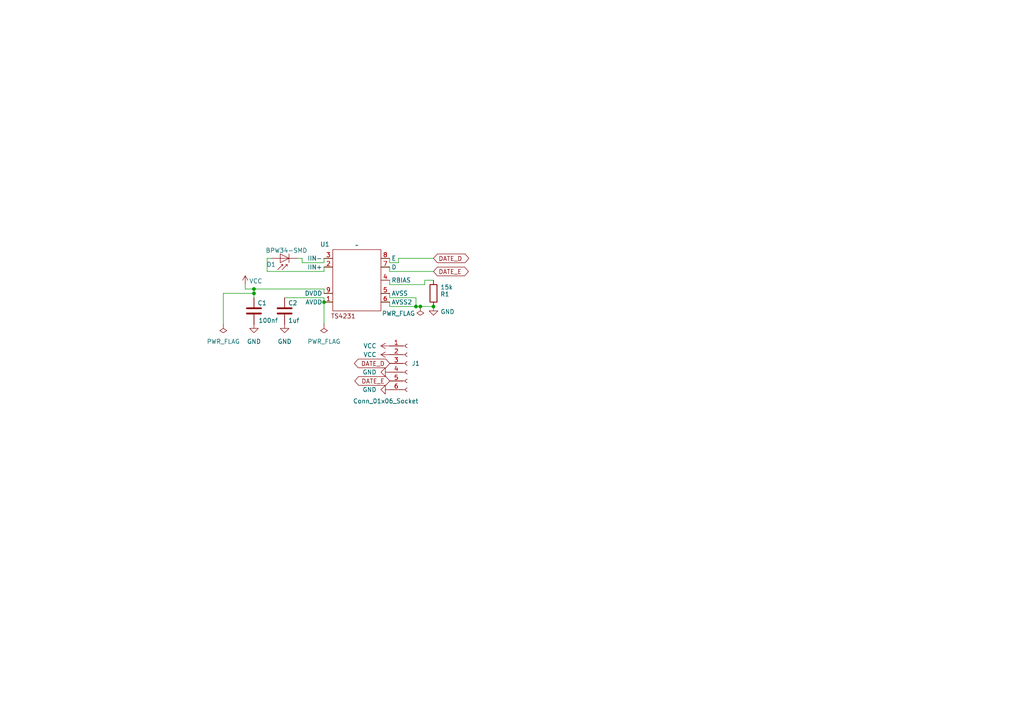
<source format=kicad_sch>
(kicad_sch
	(version 20250114)
	(generator "eeschema")
	(generator_version "9.0")
	(uuid "4770007d-11ba-4491-8654-a8a5dafb5be0")
	(paper "A4")
	(lib_symbols
		(symbol "Connector:Conn_01x06_Socket"
			(pin_names
				(offset 1.016)
				(hide yes)
			)
			(exclude_from_sim no)
			(in_bom yes)
			(on_board yes)
			(property "Reference" "J"
				(at 0 7.62 0)
				(effects
					(font
						(size 1.27 1.27)
					)
				)
			)
			(property "Value" "Conn_01x06_Socket"
				(at 0 -10.16 0)
				(effects
					(font
						(size 1.27 1.27)
					)
				)
			)
			(property "Footprint" ""
				(at 0 0 0)
				(effects
					(font
						(size 1.27 1.27)
					)
					(hide yes)
				)
			)
			(property "Datasheet" "~"
				(at 0 0 0)
				(effects
					(font
						(size 1.27 1.27)
					)
					(hide yes)
				)
			)
			(property "Description" "Generic connector, single row, 01x06, script generated"
				(at 0 0 0)
				(effects
					(font
						(size 1.27 1.27)
					)
					(hide yes)
				)
			)
			(property "ki_locked" ""
				(at 0 0 0)
				(effects
					(font
						(size 1.27 1.27)
					)
				)
			)
			(property "ki_keywords" "connector"
				(at 0 0 0)
				(effects
					(font
						(size 1.27 1.27)
					)
					(hide yes)
				)
			)
			(property "ki_fp_filters" "Connector*:*_1x??_*"
				(at 0 0 0)
				(effects
					(font
						(size 1.27 1.27)
					)
					(hide yes)
				)
			)
			(symbol "Conn_01x06_Socket_1_1"
				(polyline
					(pts
						(xy -1.27 5.08) (xy -0.508 5.08)
					)
					(stroke
						(width 0.1524)
						(type default)
					)
					(fill
						(type none)
					)
				)
				(polyline
					(pts
						(xy -1.27 2.54) (xy -0.508 2.54)
					)
					(stroke
						(width 0.1524)
						(type default)
					)
					(fill
						(type none)
					)
				)
				(polyline
					(pts
						(xy -1.27 0) (xy -0.508 0)
					)
					(stroke
						(width 0.1524)
						(type default)
					)
					(fill
						(type none)
					)
				)
				(polyline
					(pts
						(xy -1.27 -2.54) (xy -0.508 -2.54)
					)
					(stroke
						(width 0.1524)
						(type default)
					)
					(fill
						(type none)
					)
				)
				(polyline
					(pts
						(xy -1.27 -5.08) (xy -0.508 -5.08)
					)
					(stroke
						(width 0.1524)
						(type default)
					)
					(fill
						(type none)
					)
				)
				(polyline
					(pts
						(xy -1.27 -7.62) (xy -0.508 -7.62)
					)
					(stroke
						(width 0.1524)
						(type default)
					)
					(fill
						(type none)
					)
				)
				(arc
					(start 0 4.572)
					(mid -0.5058 5.08)
					(end 0 5.588)
					(stroke
						(width 0.1524)
						(type default)
					)
					(fill
						(type none)
					)
				)
				(arc
					(start 0 2.032)
					(mid -0.5058 2.54)
					(end 0 3.048)
					(stroke
						(width 0.1524)
						(type default)
					)
					(fill
						(type none)
					)
				)
				(arc
					(start 0 -0.508)
					(mid -0.5058 0)
					(end 0 0.508)
					(stroke
						(width 0.1524)
						(type default)
					)
					(fill
						(type none)
					)
				)
				(arc
					(start 0 -3.048)
					(mid -0.5058 -2.54)
					(end 0 -2.032)
					(stroke
						(width 0.1524)
						(type default)
					)
					(fill
						(type none)
					)
				)
				(arc
					(start 0 -5.588)
					(mid -0.5058 -5.08)
					(end 0 -4.572)
					(stroke
						(width 0.1524)
						(type default)
					)
					(fill
						(type none)
					)
				)
				(arc
					(start 0 -8.128)
					(mid -0.5058 -7.62)
					(end 0 -7.112)
					(stroke
						(width 0.1524)
						(type default)
					)
					(fill
						(type none)
					)
				)
				(pin passive line
					(at -5.08 5.08 0)
					(length 3.81)
					(name "Pin_1"
						(effects
							(font
								(size 1.27 1.27)
							)
						)
					)
					(number "1"
						(effects
							(font
								(size 1.27 1.27)
							)
						)
					)
				)
				(pin passive line
					(at -5.08 2.54 0)
					(length 3.81)
					(name "Pin_2"
						(effects
							(font
								(size 1.27 1.27)
							)
						)
					)
					(number "2"
						(effects
							(font
								(size 1.27 1.27)
							)
						)
					)
				)
				(pin passive line
					(at -5.08 0 0)
					(length 3.81)
					(name "Pin_3"
						(effects
							(font
								(size 1.27 1.27)
							)
						)
					)
					(number "3"
						(effects
							(font
								(size 1.27 1.27)
							)
						)
					)
				)
				(pin passive line
					(at -5.08 -2.54 0)
					(length 3.81)
					(name "Pin_4"
						(effects
							(font
								(size 1.27 1.27)
							)
						)
					)
					(number "4"
						(effects
							(font
								(size 1.27 1.27)
							)
						)
					)
				)
				(pin passive line
					(at -5.08 -5.08 0)
					(length 3.81)
					(name "Pin_5"
						(effects
							(font
								(size 1.27 1.27)
							)
						)
					)
					(number "5"
						(effects
							(font
								(size 1.27 1.27)
							)
						)
					)
				)
				(pin passive line
					(at -5.08 -7.62 0)
					(length 3.81)
					(name "Pin_6"
						(effects
							(font
								(size 1.27 1.27)
							)
						)
					)
					(number "6"
						(effects
							(font
								(size 1.27 1.27)
							)
						)
					)
				)
			)
			(embedded_fonts no)
		)
		(symbol "Device:C"
			(pin_numbers
				(hide yes)
			)
			(pin_names
				(offset 0.254)
			)
			(exclude_from_sim no)
			(in_bom yes)
			(on_board yes)
			(property "Reference" "C"
				(at 0.635 2.54 0)
				(effects
					(font
						(size 1.27 1.27)
					)
					(justify left)
				)
			)
			(property "Value" "C"
				(at 0.635 -2.54 0)
				(effects
					(font
						(size 1.27 1.27)
					)
					(justify left)
				)
			)
			(property "Footprint" ""
				(at 0.9652 -3.81 0)
				(effects
					(font
						(size 1.27 1.27)
					)
					(hide yes)
				)
			)
			(property "Datasheet" "~"
				(at 0 0 0)
				(effects
					(font
						(size 1.27 1.27)
					)
					(hide yes)
				)
			)
			(property "Description" "Unpolarized capacitor"
				(at 0 0 0)
				(effects
					(font
						(size 1.27 1.27)
					)
					(hide yes)
				)
			)
			(property "ki_keywords" "cap capacitor"
				(at 0 0 0)
				(effects
					(font
						(size 1.27 1.27)
					)
					(hide yes)
				)
			)
			(property "ki_fp_filters" "C_*"
				(at 0 0 0)
				(effects
					(font
						(size 1.27 1.27)
					)
					(hide yes)
				)
			)
			(symbol "C_0_1"
				(polyline
					(pts
						(xy -2.032 0.762) (xy 2.032 0.762)
					)
					(stroke
						(width 0.508)
						(type default)
					)
					(fill
						(type none)
					)
				)
				(polyline
					(pts
						(xy -2.032 -0.762) (xy 2.032 -0.762)
					)
					(stroke
						(width 0.508)
						(type default)
					)
					(fill
						(type none)
					)
				)
			)
			(symbol "C_1_1"
				(pin passive line
					(at 0 3.81 270)
					(length 2.794)
					(name "~"
						(effects
							(font
								(size 1.27 1.27)
							)
						)
					)
					(number "1"
						(effects
							(font
								(size 1.27 1.27)
							)
						)
					)
				)
				(pin passive line
					(at 0 -3.81 90)
					(length 2.794)
					(name "~"
						(effects
							(font
								(size 1.27 1.27)
							)
						)
					)
					(number "2"
						(effects
							(font
								(size 1.27 1.27)
							)
						)
					)
				)
			)
			(embedded_fonts no)
		)
		(symbol "Sensor_Optical:BPW34-SMD"
			(pin_numbers
				(hide yes)
			)
			(pin_names
				(offset 1.016)
				(hide yes)
			)
			(exclude_from_sim no)
			(in_bom yes)
			(on_board yes)
			(property "Reference" "D"
				(at 0.508 1.778 0)
				(effects
					(font
						(size 1.27 1.27)
					)
					(justify left)
				)
			)
			(property "Value" "BPW34-SMD"
				(at -1.016 -2.794 0)
				(effects
					(font
						(size 1.27 1.27)
					)
				)
			)
			(property "Footprint" "OptoDevice:Osram_BPW34S-SMD"
				(at 0 4.445 0)
				(effects
					(font
						(size 1.27 1.27)
					)
					(hide yes)
				)
			)
			(property "Datasheet" "https://dammedia.osram.info/media/resource/hires/osram-dam-5488319/BPW%2034%20S_EN.pdf"
				(at -1.27 0 0)
				(effects
					(font
						(size 1.27 1.27)
					)
					(hide yes)
				)
			)
			(property "Description" "Silicon PIN Photodiode, Area 2.65x2.65mm"
				(at 0 0 0)
				(effects
					(font
						(size 1.27 1.27)
					)
					(hide yes)
				)
			)
			(property "ki_keywords" "opto photodiode"
				(at 0 0 0)
				(effects
					(font
						(size 1.27 1.27)
					)
					(hide yes)
				)
			)
			(property "ki_fp_filters" "Osram*BPW34S*"
				(at 0 0 0)
				(effects
					(font
						(size 1.27 1.27)
					)
					(hide yes)
				)
			)
			(symbol "BPW34-SMD_0_1"
				(polyline
					(pts
						(xy -2.54 1.27) (xy -2.54 -1.27)
					)
					(stroke
						(width 0.1524)
						(type default)
					)
					(fill
						(type none)
					)
				)
				(polyline
					(pts
						(xy -2.032 1.778) (xy -1.524 1.778)
					)
					(stroke
						(width 0)
						(type default)
					)
					(fill
						(type none)
					)
				)
				(polyline
					(pts
						(xy -0.508 3.302) (xy -2.032 1.778) (xy -2.032 2.286)
					)
					(stroke
						(width 0)
						(type default)
					)
					(fill
						(type none)
					)
				)
				(polyline
					(pts
						(xy 0 1.27) (xy -2.54 0) (xy 0 -1.27)
					)
					(stroke
						(width 0)
						(type default)
					)
					(fill
						(type none)
					)
				)
				(polyline
					(pts
						(xy 0 0) (xy -2.54 0)
					)
					(stroke
						(width 0)
						(type default)
					)
					(fill
						(type none)
					)
				)
				(polyline
					(pts
						(xy 0 -1.27) (xy 0 1.27)
					)
					(stroke
						(width 0)
						(type default)
					)
					(fill
						(type none)
					)
				)
				(polyline
					(pts
						(xy 0.762 3.302) (xy -0.762 1.778) (xy -0.762 2.286) (xy -0.762 1.778) (xy -0.254 1.778)
					)
					(stroke
						(width 0)
						(type default)
					)
					(fill
						(type none)
					)
				)
			)
			(symbol "BPW34-SMD_1_1"
				(pin passive line
					(at -5.08 0 0)
					(length 2.54)
					(name "K"
						(effects
							(font
								(size 1.27 1.27)
							)
						)
					)
					(number "1"
						(effects
							(font
								(size 1.27 1.27)
							)
						)
					)
				)
				(pin passive line
					(at 2.54 0 180)
					(length 2.54)
					(name "A"
						(effects
							(font
								(size 1.27 1.27)
							)
						)
					)
					(number "2"
						(effects
							(font
								(size 1.27 1.27)
							)
						)
					)
				)
			)
			(embedded_fonts no)
		)
		(symbol "power:GND"
			(power)
			(pin_numbers
				(hide yes)
			)
			(pin_names
				(offset 0)
				(hide yes)
			)
			(exclude_from_sim no)
			(in_bom yes)
			(on_board yes)
			(property "Reference" "#PWR"
				(at 0 -6.35 0)
				(effects
					(font
						(size 1.27 1.27)
					)
					(hide yes)
				)
			)
			(property "Value" "GND"
				(at 0 -3.81 0)
				(effects
					(font
						(size 1.27 1.27)
					)
				)
			)
			(property "Footprint" ""
				(at 0 0 0)
				(effects
					(font
						(size 1.27 1.27)
					)
					(hide yes)
				)
			)
			(property "Datasheet" ""
				(at 0 0 0)
				(effects
					(font
						(size 1.27 1.27)
					)
					(hide yes)
				)
			)
			(property "Description" "Power symbol creates a global label with name \"GND\" , ground"
				(at 0 0 0)
				(effects
					(font
						(size 1.27 1.27)
					)
					(hide yes)
				)
			)
			(property "ki_keywords" "global power"
				(at 0 0 0)
				(effects
					(font
						(size 1.27 1.27)
					)
					(hide yes)
				)
			)
			(symbol "GND_0_1"
				(polyline
					(pts
						(xy 0 0) (xy 0 -1.27) (xy 1.27 -1.27) (xy 0 -2.54) (xy -1.27 -1.27) (xy 0 -1.27)
					)
					(stroke
						(width 0)
						(type default)
					)
					(fill
						(type none)
					)
				)
			)
			(symbol "GND_1_1"
				(pin power_in line
					(at 0 0 270)
					(length 0)
					(name "~"
						(effects
							(font
								(size 1.27 1.27)
							)
						)
					)
					(number "1"
						(effects
							(font
								(size 1.27 1.27)
							)
						)
					)
				)
			)
			(embedded_fonts no)
		)
		(symbol "power:PWR_FLAG"
			(power)
			(pin_numbers
				(hide yes)
			)
			(pin_names
				(offset 0)
				(hide yes)
			)
			(exclude_from_sim no)
			(in_bom yes)
			(on_board yes)
			(property "Reference" "#FLG"
				(at 0 1.905 0)
				(effects
					(font
						(size 1.27 1.27)
					)
					(hide yes)
				)
			)
			(property "Value" "PWR_FLAG"
				(at 0 3.81 0)
				(effects
					(font
						(size 1.27 1.27)
					)
				)
			)
			(property "Footprint" ""
				(at 0 0 0)
				(effects
					(font
						(size 1.27 1.27)
					)
					(hide yes)
				)
			)
			(property "Datasheet" "~"
				(at 0 0 0)
				(effects
					(font
						(size 1.27 1.27)
					)
					(hide yes)
				)
			)
			(property "Description" "Special symbol for telling ERC where power comes from"
				(at 0 0 0)
				(effects
					(font
						(size 1.27 1.27)
					)
					(hide yes)
				)
			)
			(property "ki_keywords" "flag power"
				(at 0 0 0)
				(effects
					(font
						(size 1.27 1.27)
					)
					(hide yes)
				)
			)
			(symbol "PWR_FLAG_0_0"
				(pin power_out line
					(at 0 0 90)
					(length 0)
					(name "~"
						(effects
							(font
								(size 1.27 1.27)
							)
						)
					)
					(number "1"
						(effects
							(font
								(size 1.27 1.27)
							)
						)
					)
				)
			)
			(symbol "PWR_FLAG_0_1"
				(polyline
					(pts
						(xy 0 0) (xy 0 1.27) (xy -1.016 1.905) (xy 0 2.54) (xy 1.016 1.905) (xy 0 1.27)
					)
					(stroke
						(width 0)
						(type default)
					)
					(fill
						(type none)
					)
				)
			)
			(embedded_fonts no)
		)
		(symbol "power:VCC"
			(power)
			(pin_numbers
				(hide yes)
			)
			(pin_names
				(offset 0)
				(hide yes)
			)
			(exclude_from_sim no)
			(in_bom yes)
			(on_board yes)
			(property "Reference" "#PWR"
				(at 0 -3.81 0)
				(effects
					(font
						(size 1.27 1.27)
					)
					(hide yes)
				)
			)
			(property "Value" "VCC"
				(at 0 3.556 0)
				(effects
					(font
						(size 1.27 1.27)
					)
				)
			)
			(property "Footprint" ""
				(at 0 0 0)
				(effects
					(font
						(size 1.27 1.27)
					)
					(hide yes)
				)
			)
			(property "Datasheet" ""
				(at 0 0 0)
				(effects
					(font
						(size 1.27 1.27)
					)
					(hide yes)
				)
			)
			(property "Description" "Power symbol creates a global label with name \"VCC\""
				(at 0 0 0)
				(effects
					(font
						(size 1.27 1.27)
					)
					(hide yes)
				)
			)
			(property "ki_keywords" "global power"
				(at 0 0 0)
				(effects
					(font
						(size 1.27 1.27)
					)
					(hide yes)
				)
			)
			(symbol "VCC_0_1"
				(polyline
					(pts
						(xy -0.762 1.27) (xy 0 2.54)
					)
					(stroke
						(width 0)
						(type default)
					)
					(fill
						(type none)
					)
				)
				(polyline
					(pts
						(xy 0 2.54) (xy 0.762 1.27)
					)
					(stroke
						(width 0)
						(type default)
					)
					(fill
						(type none)
					)
				)
				(polyline
					(pts
						(xy 0 0) (xy 0 2.54)
					)
					(stroke
						(width 0)
						(type default)
					)
					(fill
						(type none)
					)
				)
			)
			(symbol "VCC_1_1"
				(pin power_in line
					(at 0 0 90)
					(length 0)
					(name "~"
						(effects
							(font
								(size 1.27 1.27)
							)
						)
					)
					(number "1"
						(effects
							(font
								(size 1.27 1.27)
							)
						)
					)
				)
			)
			(embedded_fonts no)
		)
		(symbol "sym_Library:TS4231"
			(exclude_from_sim no)
			(in_bom yes)
			(on_board yes)
			(property "Reference" "U"
				(at 0 0 0)
				(effects
					(font
						(size 1.27 1.27)
					)
				)
			)
			(property "Value" ""
				(at 0 0 0)
				(effects
					(font
						(size 1.27 1.27)
					)
				)
			)
			(property "Footprint" ""
				(at 0 0 0)
				(effects
					(font
						(size 1.27 1.27)
					)
					(hide yes)
				)
			)
			(property "Datasheet" ""
				(at 0 0 0)
				(effects
					(font
						(size 1.27 1.27)
					)
					(hide yes)
				)
			)
			(property "Description" ""
				(at 0 0 0)
				(effects
					(font
						(size 1.27 1.27)
					)
					(hide yes)
				)
			)
			(symbol "TS4231_0_1"
				(rectangle
					(start 2.54 -1.27)
					(end 16.51 -19.05)
					(stroke
						(width 0)
						(type default)
					)
					(fill
						(type none)
					)
				)
			)
			(symbol "TS4231_1_1"
				(text "TS4231"
					(at 5.588 -20.574 0)
					(effects
						(font
							(size 1.27 1.27)
						)
					)
				)
				(pin input line
					(at 2.54 -3.81 180)
					(length 2.54)
					(name "IIN-"
						(effects
							(font
								(size 1.27 1.27)
							)
						)
					)
					(number "3"
						(effects
							(font
								(size 1.27 1.27)
							)
						)
					)
				)
				(pin input line
					(at 2.54 -6.35 180)
					(length 2.54)
					(name "IIN+"
						(effects
							(font
								(size 1.27 1.27)
							)
						)
					)
					(number "2"
						(effects
							(font
								(size 1.27 1.27)
							)
						)
					)
				)
				(pin power_in line
					(at 2.54 -13.97 180)
					(length 2.54)
					(name "DVDD"
						(effects
							(font
								(size 1.27 1.27)
							)
						)
					)
					(number "9"
						(effects
							(font
								(size 1.27 1.27)
							)
						)
					)
				)
				(pin power_in line
					(at 2.54 -16.51 180)
					(length 2.54)
					(name "AVDD"
						(effects
							(font
								(size 1.27 1.27)
							)
						)
					)
					(number "1"
						(effects
							(font
								(size 1.27 1.27)
							)
						)
					)
				)
				(pin bidirectional line
					(at 16.51 -3.81 0)
					(length 2.54)
					(name "E"
						(effects
							(font
								(size 1.27 1.27)
							)
						)
					)
					(number "8"
						(effects
							(font
								(size 1.27 1.27)
							)
						)
					)
				)
				(pin bidirectional line
					(at 16.51 -6.35 0)
					(length 2.54)
					(name "D"
						(effects
							(font
								(size 1.27 1.27)
							)
						)
					)
					(number "7"
						(effects
							(font
								(size 1.27 1.27)
							)
						)
					)
				)
				(pin passive line
					(at 16.51 -10.16 0)
					(length 2.54)
					(name "RBIAS"
						(effects
							(font
								(size 1.27 1.27)
							)
						)
					)
					(number "4"
						(effects
							(font
								(size 1.27 1.27)
							)
						)
					)
				)
				(pin power_in line
					(at 16.51 -13.97 0)
					(length 2.54)
					(name "AVSS"
						(effects
							(font
								(size 1.27 1.27)
							)
						)
					)
					(number "5"
						(effects
							(font
								(size 1.27 1.27)
							)
						)
					)
				)
				(pin power_in line
					(at 16.51 -16.51 0)
					(length 2.54)
					(name "AVSS2"
						(effects
							(font
								(size 1.27 1.27)
							)
						)
					)
					(number "6"
						(effects
							(font
								(size 1.27 1.27)
							)
						)
					)
				)
			)
			(embedded_fonts no)
		)
		(symbol "user_sb:R"
			(pin_numbers
				(hide yes)
			)
			(pin_names
				(offset 0)
			)
			(exclude_from_sim no)
			(in_bom yes)
			(on_board yes)
			(property "Reference" "R"
				(at 2.032 0 90)
				(effects
					(font
						(size 1.27 1.27)
					)
				)
			)
			(property "Value" "R"
				(at 0 0 90)
				(effects
					(font
						(size 1.27 1.27)
					)
				)
			)
			(property "Footprint" ""
				(at -1.778 0 90)
				(effects
					(font
						(size 1.27 1.27)
					)
					(hide yes)
				)
			)
			(property "Datasheet" "~"
				(at 0 0 0)
				(effects
					(font
						(size 1.27 1.27)
					)
					(hide yes)
				)
			)
			(property "Description" "Resistor"
				(at 0 0 0)
				(effects
					(font
						(size 1.27 1.27)
					)
					(hide yes)
				)
			)
			(property "ki_keywords" "R res resistor"
				(at 0 0 0)
				(effects
					(font
						(size 1.27 1.27)
					)
					(hide yes)
				)
			)
			(property "ki_fp_filters" "R_*"
				(at 0 0 0)
				(effects
					(font
						(size 1.27 1.27)
					)
					(hide yes)
				)
			)
			(symbol "R_0_1"
				(rectangle
					(start -1.016 -2.54)
					(end 1.016 2.54)
					(stroke
						(width 0.254)
						(type default)
					)
					(fill
						(type none)
					)
				)
			)
			(symbol "R_1_1"
				(pin passive line
					(at 0 3.81 270)
					(length 1.27)
					(name "~"
						(effects
							(font
								(size 1.27 1.27)
							)
						)
					)
					(number "1"
						(effects
							(font
								(size 1.27 1.27)
							)
						)
					)
				)
				(pin passive line
					(at 0 -3.81 90)
					(length 1.27)
					(name "~"
						(effects
							(font
								(size 1.27 1.27)
							)
						)
					)
					(number "2"
						(effects
							(font
								(size 1.27 1.27)
							)
						)
					)
				)
			)
			(embedded_fonts no)
		)
	)
	(junction
		(at 125.73 88.9)
		(diameter 0)
		(color 0 0 0 0)
		(uuid "235bb7af-faed-42bf-914e-1967dcab529d")
	)
	(junction
		(at 73.66 83.82)
		(diameter 0)
		(color 0 0 0 0)
		(uuid "3dc3bdda-c5c2-41bc-998a-05d23edb9e6c")
	)
	(junction
		(at 121.92 88.9)
		(diameter 0)
		(color 0 0 0 0)
		(uuid "55d4e845-c2f4-4341-84e7-86ac8dc6792a")
	)
	(junction
		(at 73.66 85.09)
		(diameter 0)
		(color 0 0 0 0)
		(uuid "75e64171-5998-4ff0-8f6b-355b8b5b047d")
	)
	(junction
		(at 120.65 88.9)
		(diameter 0)
		(color 0 0 0 0)
		(uuid "b21a8f3c-4471-40db-8549-ed3047fddf07")
	)
	(junction
		(at 93.98 87.63)
		(diameter 0)
		(color 0 0 0 0)
		(uuid "fe08cef0-07e0-4c30-a10d-981e8b7ec99b")
	)
	(wire
		(pts
			(xy 113.03 82.55) (xy 123.19 82.55)
		)
		(stroke
			(width 0)
			(type default)
		)
		(uuid "09421306-a454-4feb-9c11-b089879428a2")
	)
	(wire
		(pts
			(xy 93.98 77.47) (xy 96.52 77.47)
		)
		(stroke
			(width 0)
			(type default)
		)
		(uuid "0b53af6d-79c8-45df-a6e8-5e2140b477f9")
	)
	(wire
		(pts
			(xy 93.98 87.63) (xy 96.52 87.63)
		)
		(stroke
			(width 0)
			(type default)
		)
		(uuid "0cf4cee6-b395-48ee-9334-5b426768d09d")
	)
	(wire
		(pts
			(xy 93.98 93.98) (xy 93.98 87.63)
		)
		(stroke
			(width 0)
			(type default)
		)
		(uuid "0ea86da4-7704-47e1-8a10-d20bbb59a77b")
	)
	(wire
		(pts
			(xy 93.98 83.82) (xy 73.66 83.82)
		)
		(stroke
			(width 0)
			(type default)
		)
		(uuid "147e407d-d1da-4614-bc1f-c626318fabbc")
	)
	(wire
		(pts
			(xy 113.03 78.74) (xy 125.73 78.74)
		)
		(stroke
			(width 0)
			(type default)
		)
		(uuid "15de4758-62b9-4724-8d6b-6bff0ac599a3")
	)
	(wire
		(pts
			(xy 123.19 82.55) (xy 123.19 81.28)
		)
		(stroke
			(width 0)
			(type default)
		)
		(uuid "193e3904-960b-463f-8f96-954af86bc86e")
	)
	(wire
		(pts
			(xy 113.03 85.09) (xy 113.03 86.36)
		)
		(stroke
			(width 0)
			(type default)
		)
		(uuid "1c0c391f-5eb4-4e80-bc8c-25b6293cc448")
	)
	(wire
		(pts
			(xy 71.12 82.55) (xy 71.12 83.82)
		)
		(stroke
			(width 0)
			(type default)
		)
		(uuid "1c42df96-bce4-4251-a081-800dafe86de6")
	)
	(wire
		(pts
			(xy 73.66 83.82) (xy 73.66 85.09)
		)
		(stroke
			(width 0)
			(type default)
		)
		(uuid "226b2035-4c88-4000-9c8f-54a6124c95d9")
	)
	(wire
		(pts
			(xy 120.65 86.36) (xy 120.65 88.9)
		)
		(stroke
			(width 0)
			(type default)
		)
		(uuid "233358de-7fb9-4ccf-bd27-b2091ac7527c")
	)
	(wire
		(pts
			(xy 93.98 78.74) (xy 93.98 77.47)
		)
		(stroke
			(width 0)
			(type default)
		)
		(uuid "280fbc11-236f-4d12-b481-54e6783e9f77")
	)
	(wire
		(pts
			(xy 113.03 76.2) (xy 113.03 74.93)
		)
		(stroke
			(width 0)
			(type default)
		)
		(uuid "30cc1adb-a8ae-4f04-a003-9bb8ad01b895")
	)
	(wire
		(pts
			(xy 93.98 74.93) (xy 96.52 74.93)
		)
		(stroke
			(width 0)
			(type default)
		)
		(uuid "361846a8-36ae-4691-91ba-58c37abfee55")
	)
	(wire
		(pts
			(xy 77.47 74.93) (xy 77.47 78.74)
		)
		(stroke
			(width 0)
			(type default)
		)
		(uuid "4bdb38c5-2e2b-4220-b98f-30424a39dc20")
	)
	(wire
		(pts
			(xy 86.36 74.93) (xy 87.63 74.93)
		)
		(stroke
			(width 0)
			(type default)
		)
		(uuid "4fad7c16-eb34-4093-8cbc-fa7f0dfd8014")
	)
	(wire
		(pts
			(xy 87.63 76.2) (xy 93.98 76.2)
		)
		(stroke
			(width 0)
			(type default)
		)
		(uuid "60c61d4e-3c1f-4b41-ad0c-f43543653745")
	)
	(wire
		(pts
			(xy 73.66 85.09) (xy 73.66 86.36)
		)
		(stroke
			(width 0)
			(type default)
		)
		(uuid "61df7647-172f-4737-ac92-4369b2de09a9")
	)
	(wire
		(pts
			(xy 113.03 81.28) (xy 113.03 82.55)
		)
		(stroke
			(width 0)
			(type default)
		)
		(uuid "6dac670c-c2ee-43ca-a3c3-6574e67eb30d")
	)
	(wire
		(pts
			(xy 71.12 83.82) (xy 73.66 83.82)
		)
		(stroke
			(width 0)
			(type default)
		)
		(uuid "6e7a5176-d394-4c33-8d55-e61a99b9bd4d")
	)
	(wire
		(pts
			(xy 93.98 87.63) (xy 93.98 86.36)
		)
		(stroke
			(width 0)
			(type default)
		)
		(uuid "6e963dd0-cda6-49e2-bd79-a7852d0cd4e8")
	)
	(wire
		(pts
			(xy 64.77 85.09) (xy 73.66 85.09)
		)
		(stroke
			(width 0)
			(type default)
		)
		(uuid "6f1a5cc2-c061-44f9-bba4-daae9ebf5d8f")
	)
	(wire
		(pts
			(xy 93.98 86.36) (xy 82.55 86.36)
		)
		(stroke
			(width 0)
			(type default)
		)
		(uuid "75950a9e-e31d-4ddc-b4d8-a806070f5281")
	)
	(wire
		(pts
			(xy 110.49 85.09) (xy 113.03 85.09)
		)
		(stroke
			(width 0)
			(type default)
		)
		(uuid "7e270851-e801-4d38-bea1-7bc8c272cec8")
	)
	(wire
		(pts
			(xy 110.49 81.28) (xy 113.03 81.28)
		)
		(stroke
			(width 0)
			(type default)
		)
		(uuid "81063b13-fef9-4a98-b3cc-6a36f3d48ab2")
	)
	(wire
		(pts
			(xy 110.49 77.47) (xy 113.03 77.47)
		)
		(stroke
			(width 0)
			(type default)
		)
		(uuid "8adc0b08-3b9b-4de1-9d81-b904a8fd8770")
	)
	(wire
		(pts
			(xy 115.57 76.2) (xy 115.57 74.93)
		)
		(stroke
			(width 0)
			(type default)
		)
		(uuid "8eb33f8c-9b34-4398-9d3b-08332a097fe2")
	)
	(wire
		(pts
			(xy 93.98 85.09) (xy 93.98 83.82)
		)
		(stroke
			(width 0)
			(type default)
		)
		(uuid "919c150f-ad05-4abf-98dc-82a2b647f295")
	)
	(wire
		(pts
			(xy 93.98 85.09) (xy 96.52 85.09)
		)
		(stroke
			(width 0)
			(type default)
		)
		(uuid "9c170a92-e248-41d3-ad6b-0c7922981df5")
	)
	(wire
		(pts
			(xy 93.98 76.2) (xy 93.98 74.93)
		)
		(stroke
			(width 0)
			(type default)
		)
		(uuid "9efd49e1-c1aa-465e-a679-f2a8405dcb99")
	)
	(wire
		(pts
			(xy 113.03 86.36) (xy 120.65 86.36)
		)
		(stroke
			(width 0)
			(type default)
		)
		(uuid "9ffa96d6-0788-4492-ba53-ac0c72587a52")
	)
	(wire
		(pts
			(xy 121.92 88.9) (xy 125.73 88.9)
		)
		(stroke
			(width 0)
			(type default)
		)
		(uuid "a82be5db-0c72-4b27-9578-3ec8252b3b05")
	)
	(wire
		(pts
			(xy 77.47 78.74) (xy 93.98 78.74)
		)
		(stroke
			(width 0)
			(type default)
		)
		(uuid "b4fbb376-100c-4862-8671-b008efb45481")
	)
	(wire
		(pts
			(xy 87.63 74.93) (xy 87.63 76.2)
		)
		(stroke
			(width 0)
			(type default)
		)
		(uuid "bff65768-f3ce-471f-94bb-1c851746c765")
	)
	(wire
		(pts
			(xy 113.03 87.63) (xy 113.03 88.9)
		)
		(stroke
			(width 0)
			(type default)
		)
		(uuid "c2e84180-3039-4f6a-93d2-846e19f4ec4e")
	)
	(wire
		(pts
			(xy 115.57 74.93) (xy 125.73 74.93)
		)
		(stroke
			(width 0)
			(type default)
		)
		(uuid "c35d0751-f7af-4738-a31d-16f97b145258")
	)
	(wire
		(pts
			(xy 110.49 87.63) (xy 113.03 87.63)
		)
		(stroke
			(width 0)
			(type default)
		)
		(uuid "c4330814-a35d-449e-abe1-3513f83d0b4e")
	)
	(wire
		(pts
			(xy 120.65 88.9) (xy 121.92 88.9)
		)
		(stroke
			(width 0)
			(type default)
		)
		(uuid "c75f551c-6e54-4f01-ba5c-47fb38467c10")
	)
	(wire
		(pts
			(xy 110.49 74.93) (xy 113.03 74.93)
		)
		(stroke
			(width 0)
			(type default)
		)
		(uuid "c7d93472-c584-4215-88fa-f72b35331cc2")
	)
	(wire
		(pts
			(xy 113.03 76.2) (xy 115.57 76.2)
		)
		(stroke
			(width 0)
			(type default)
		)
		(uuid "c877611d-7d68-4fd4-8bb6-a5b166e976da")
	)
	(wire
		(pts
			(xy 123.19 81.28) (xy 125.73 81.28)
		)
		(stroke
			(width 0)
			(type default)
		)
		(uuid "c88addb0-0e4b-494f-8eeb-72a0bbd3f1e2")
	)
	(wire
		(pts
			(xy 113.03 77.47) (xy 113.03 78.74)
		)
		(stroke
			(width 0)
			(type default)
		)
		(uuid "ce02b4a6-bfca-42e6-8c00-d092beb78d4e")
	)
	(wire
		(pts
			(xy 64.77 93.98) (xy 64.77 85.09)
		)
		(stroke
			(width 0)
			(type default)
		)
		(uuid "da90beea-e4d9-43b9-b051-efb4244057d9")
	)
	(wire
		(pts
			(xy 78.74 74.93) (xy 77.47 74.93)
		)
		(stroke
			(width 0)
			(type default)
		)
		(uuid "e2dbd5d2-c8b4-425c-986b-ab8316e056b9")
	)
	(wire
		(pts
			(xy 113.03 88.9) (xy 120.65 88.9)
		)
		(stroke
			(width 0)
			(type default)
		)
		(uuid "f384db20-baee-40c3-afc7-afb91a26da72")
	)
	(global_label "DATE_E"
		(shape bidirectional)
		(at 113.03 110.49 180)
		(fields_autoplaced yes)
		(effects
			(font
				(size 1.27 1.27)
			)
			(justify right)
		)
		(uuid "197cb8de-0151-4816-a53f-8fe4d7a29085")
		(property "Intersheetrefs" "${INTERSHEET_REFS}"
			(at 102.3417 110.49 0)
			(effects
				(font
					(size 1.27 1.27)
				)
				(justify right)
				(hide yes)
			)
		)
	)
	(global_label "DATE_E"
		(shape bidirectional)
		(at 125.73 78.74 0)
		(fields_autoplaced yes)
		(effects
			(font
				(size 1.27 1.27)
			)
			(justify left)
		)
		(uuid "8976b7af-087c-4f3d-936b-4eb450112603")
		(property "Intersheetrefs" "${INTERSHEET_REFS}"
			(at 136.4183 78.74 0)
			(effects
				(font
					(size 1.27 1.27)
				)
				(justify left)
				(hide yes)
			)
		)
	)
	(global_label "DATE_D"
		(shape bidirectional)
		(at 113.03 105.41 180)
		(fields_autoplaced yes)
		(effects
			(font
				(size 1.27 1.27)
			)
			(justify right)
		)
		(uuid "a25f445a-a653-414c-bf9b-943931a4e287")
		(property "Intersheetrefs" "${INTERSHEET_REFS}"
			(at 102.2207 105.41 0)
			(effects
				(font
					(size 1.27 1.27)
				)
				(justify right)
				(hide yes)
			)
		)
	)
	(global_label "DATE_D"
		(shape bidirectional)
		(at 125.73 74.93 0)
		(fields_autoplaced yes)
		(effects
			(font
				(size 1.27 1.27)
			)
			(justify left)
		)
		(uuid "d3407954-9fb7-4bec-a655-a91d774a06eb")
		(property "Intersheetrefs" "${INTERSHEET_REFS}"
			(at 136.5393 74.93 0)
			(effects
				(font
					(size 1.27 1.27)
				)
				(justify left)
				(hide yes)
			)
		)
	)
	(symbol
		(lib_id "power:VCC")
		(at 113.03 100.33 90)
		(unit 1)
		(exclude_from_sim no)
		(in_bom yes)
		(on_board yes)
		(dnp no)
		(fields_autoplaced yes)
		(uuid "03b73cf6-4cff-44c6-a80b-48d513368c50")
		(property "Reference" "#PWR07"
			(at 116.84 100.33 0)
			(effects
				(font
					(size 1.27 1.27)
				)
				(hide yes)
			)
		)
		(property "Value" "VCC"
			(at 109.22 100.3299 90)
			(effects
				(font
					(size 1.27 1.27)
				)
				(justify left)
			)
		)
		(property "Footprint" ""
			(at 113.03 100.33 0)
			(effects
				(font
					(size 1.27 1.27)
				)
				(hide yes)
			)
		)
		(property "Datasheet" ""
			(at 113.03 100.33 0)
			(effects
				(font
					(size 1.27 1.27)
				)
				(hide yes)
			)
		)
		(property "Description" "Power symbol creates a global label with name \"VCC\""
			(at 113.03 100.33 0)
			(effects
				(font
					(size 1.27 1.27)
				)
				(hide yes)
			)
		)
		(pin "1"
			(uuid "9b7a5aec-e098-4dd5-b1f0-99b177d81801")
		)
		(instances
			(project ""
				(path "/4770007d-11ba-4491-8654-a8a5dafb5be0"
					(reference "#PWR07")
					(unit 1)
				)
			)
		)
	)
	(symbol
		(lib_id "power:GND")
		(at 82.55 93.98 0)
		(unit 1)
		(exclude_from_sim no)
		(in_bom yes)
		(on_board yes)
		(dnp no)
		(fields_autoplaced yes)
		(uuid "1318265f-c3db-4764-bcac-97ff62a4c6a2")
		(property "Reference" "#PWR04"
			(at 82.55 100.33 0)
			(effects
				(font
					(size 1.27 1.27)
				)
				(hide yes)
			)
		)
		(property "Value" "GND"
			(at 82.55 99.06 0)
			(effects
				(font
					(size 1.27 1.27)
				)
			)
		)
		(property "Footprint" ""
			(at 82.55 93.98 0)
			(effects
				(font
					(size 1.27 1.27)
				)
				(hide yes)
			)
		)
		(property "Datasheet" ""
			(at 82.55 93.98 0)
			(effects
				(font
					(size 1.27 1.27)
				)
				(hide yes)
			)
		)
		(property "Description" "Power symbol creates a global label with name \"GND\" , ground"
			(at 82.55 93.98 0)
			(effects
				(font
					(size 1.27 1.27)
				)
				(hide yes)
			)
		)
		(pin "1"
			(uuid "98fc818d-27c2-4815-b953-673b541e2019")
		)
		(instances
			(project ""
				(path "/4770007d-11ba-4491-8654-a8a5dafb5be0"
					(reference "#PWR04")
					(unit 1)
				)
			)
		)
	)
	(symbol
		(lib_id "power:VCC")
		(at 113.03 102.87 90)
		(unit 1)
		(exclude_from_sim no)
		(in_bom yes)
		(on_board yes)
		(dnp no)
		(fields_autoplaced yes)
		(uuid "3788d227-38d0-46c9-9251-9844a04a4385")
		(property "Reference" "#PWR08"
			(at 116.84 102.87 0)
			(effects
				(font
					(size 1.27 1.27)
				)
				(hide yes)
			)
		)
		(property "Value" "VCC"
			(at 109.22 102.8699 90)
			(effects
				(font
					(size 1.27 1.27)
				)
				(justify left)
			)
		)
		(property "Footprint" ""
			(at 113.03 102.87 0)
			(effects
				(font
					(size 1.27 1.27)
				)
				(hide yes)
			)
		)
		(property "Datasheet" ""
			(at 113.03 102.87 0)
			(effects
				(font
					(size 1.27 1.27)
				)
				(hide yes)
			)
		)
		(property "Description" "Power symbol creates a global label with name \"VCC\""
			(at 113.03 102.87 0)
			(effects
				(font
					(size 1.27 1.27)
				)
				(hide yes)
			)
		)
		(pin "1"
			(uuid "e57e00f4-886b-423a-b163-b139d9563b36")
		)
		(instances
			(project ""
				(path "/4770007d-11ba-4491-8654-a8a5dafb5be0"
					(reference "#PWR08")
					(unit 1)
				)
			)
		)
	)
	(symbol
		(lib_id "user_sb:R")
		(at 125.73 85.09 0)
		(unit 1)
		(exclude_from_sim no)
		(in_bom yes)
		(on_board yes)
		(dnp no)
		(uuid "45c299be-4051-4ae3-b45e-cfac43ea1215")
		(property "Reference" "R1"
			(at 129.032 85.344 0)
			(effects
				(font
					(size 1.27 1.27)
				)
			)
		)
		(property "Value" "15k"
			(at 129.54 83.312 0)
			(effects
				(font
					(size 1.27 1.27)
				)
			)
		)
		(property "Footprint" "Capacitor_SMD:C_0402_1005Metric"
			(at 123.952 85.09 90)
			(effects
				(font
					(size 1.27 1.27)
				)
				(hide yes)
			)
		)
		(property "Datasheet" "~"
			(at 125.73 85.09 0)
			(effects
				(font
					(size 1.27 1.27)
				)
				(hide yes)
			)
		)
		(property "Description" "Resistor"
			(at 125.73 85.09 0)
			(effects
				(font
					(size 1.27 1.27)
				)
				(hide yes)
			)
		)
		(pin "2"
			(uuid "4c0e298c-22fc-44ac-b003-0f8e40d2e1d9")
		)
		(pin "1"
			(uuid "a4073920-818b-4f0c-99da-a4606a6652ca")
		)
		(instances
			(project ""
				(path "/4770007d-11ba-4491-8654-a8a5dafb5be0"
					(reference "R1")
					(unit 1)
				)
			)
		)
	)
	(symbol
		(lib_id "power:PWR_FLAG")
		(at 64.77 93.98 180)
		(unit 1)
		(exclude_from_sim no)
		(in_bom yes)
		(on_board yes)
		(dnp no)
		(fields_autoplaced yes)
		(uuid "5612bc3c-d48b-425b-8119-4f21ea5d8679")
		(property "Reference" "#FLG02"
			(at 64.77 95.885 0)
			(effects
				(font
					(size 1.27 1.27)
				)
				(hide yes)
			)
		)
		(property "Value" "PWR_FLAG"
			(at 64.77 99.06 0)
			(effects
				(font
					(size 1.27 1.27)
				)
			)
		)
		(property "Footprint" ""
			(at 64.77 93.98 0)
			(effects
				(font
					(size 1.27 1.27)
				)
				(hide yes)
			)
		)
		(property "Datasheet" "~"
			(at 64.77 93.98 0)
			(effects
				(font
					(size 1.27 1.27)
				)
				(hide yes)
			)
		)
		(property "Description" "Special symbol for telling ERC where power comes from"
			(at 64.77 93.98 0)
			(effects
				(font
					(size 1.27 1.27)
				)
				(hide yes)
			)
		)
		(pin "1"
			(uuid "57b61487-626c-4faa-9654-e39eae764590")
		)
		(instances
			(project ""
				(path "/4770007d-11ba-4491-8654-a8a5dafb5be0"
					(reference "#FLG02")
					(unit 1)
				)
			)
		)
	)
	(symbol
		(lib_id "Device:C")
		(at 82.55 90.17 0)
		(unit 1)
		(exclude_from_sim no)
		(in_bom yes)
		(on_board yes)
		(dnp no)
		(uuid "83220827-5b28-49b3-a383-88f4df417de2")
		(property "Reference" "C2"
			(at 83.566 87.884 0)
			(effects
				(font
					(size 1.27 1.27)
				)
				(justify left)
			)
		)
		(property "Value" "1uf"
			(at 83.566 92.964 0)
			(effects
				(font
					(size 1.27 1.27)
				)
				(justify left)
			)
		)
		(property "Footprint" "Capacitor_SMD:C_0402_1005Metric"
			(at 83.5152 93.98 0)
			(effects
				(font
					(size 1.27 1.27)
				)
				(hide yes)
			)
		)
		(property "Datasheet" "~"
			(at 82.55 90.17 0)
			(effects
				(font
					(size 1.27 1.27)
				)
				(hide yes)
			)
		)
		(property "Description" "Unpolarized capacitor"
			(at 82.55 90.17 0)
			(effects
				(font
					(size 1.27 1.27)
				)
				(hide yes)
			)
		)
		(pin "2"
			(uuid "c0c1ac0e-44c6-4c21-a1e7-7af638039c74")
		)
		(pin "1"
			(uuid "117dccf2-ebee-4441-97ce-210e2ff59062")
		)
		(instances
			(project ""
				(path "/4770007d-11ba-4491-8654-a8a5dafb5be0"
					(reference "C2")
					(unit 1)
				)
			)
		)
	)
	(symbol
		(lib_id "power:GND")
		(at 73.66 93.98 0)
		(unit 1)
		(exclude_from_sim no)
		(in_bom yes)
		(on_board yes)
		(dnp no)
		(fields_autoplaced yes)
		(uuid "8d5638ed-bbe7-427f-bd53-427cccfcd4ee")
		(property "Reference" "#PWR03"
			(at 73.66 100.33 0)
			(effects
				(font
					(size 1.27 1.27)
				)
				(hide yes)
			)
		)
		(property "Value" "GND"
			(at 73.66 99.06 0)
			(effects
				(font
					(size 1.27 1.27)
				)
			)
		)
		(property "Footprint" ""
			(at 73.66 93.98 0)
			(effects
				(font
					(size 1.27 1.27)
				)
				(hide yes)
			)
		)
		(property "Datasheet" ""
			(at 73.66 93.98 0)
			(effects
				(font
					(size 1.27 1.27)
				)
				(hide yes)
			)
		)
		(property "Description" "Power symbol creates a global label with name \"GND\" , ground"
			(at 73.66 93.98 0)
			(effects
				(font
					(size 1.27 1.27)
				)
				(hide yes)
			)
		)
		(pin "1"
			(uuid "776fa8e1-19e7-46fa-99b7-68d58ffed4f5")
		)
		(instances
			(project ""
				(path "/4770007d-11ba-4491-8654-a8a5dafb5be0"
					(reference "#PWR03")
					(unit 1)
				)
			)
		)
	)
	(symbol
		(lib_id "Connector:Conn_01x06_Socket")
		(at 118.11 105.41 0)
		(unit 1)
		(exclude_from_sim no)
		(in_bom yes)
		(on_board yes)
		(dnp no)
		(uuid "8e7c7645-712e-4a66-acd1-7d5286ba123a")
		(property "Reference" "J1"
			(at 119.38 105.4099 0)
			(effects
				(font
					(size 1.27 1.27)
				)
				(justify left)
			)
		)
		(property "Value" "Conn_01x06_Socket"
			(at 102.362 116.332 0)
			(effects
				(font
					(size 1.27 1.27)
				)
				(justify left)
			)
		)
		(property "Footprint" "Connector_FFC-FPC:Hirose_FH12-6S-0.5SH_1x06-1MP_P0.50mm_Horizontal"
			(at 118.11 105.41 0)
			(effects
				(font
					(size 1.27 1.27)
				)
				(hide yes)
			)
		)
		(property "Datasheet" "~"
			(at 118.11 105.41 0)
			(effects
				(font
					(size 1.27 1.27)
				)
				(hide yes)
			)
		)
		(property "Description" "Generic connector, single row, 01x06, script generated"
			(at 118.11 105.41 0)
			(effects
				(font
					(size 1.27 1.27)
				)
				(hide yes)
			)
		)
		(pin "3"
			(uuid "e78937b0-df73-4bea-9218-44d14224c2fc")
		)
		(pin "2"
			(uuid "e12ab87d-09e2-4f14-9bd5-738efe3bf4e2")
		)
		(pin "1"
			(uuid "c2e19d49-1740-4ebe-8b5a-96419efe6780")
		)
		(pin "5"
			(uuid "f9206870-ff76-4ae5-8b6b-f55f70ca63bd")
		)
		(pin "4"
			(uuid "5813db0b-d837-46ee-8ae1-1fb263eeee81")
		)
		(pin "6"
			(uuid "c24321c9-b8c6-4d24-9b9f-0f52710de86e")
		)
		(instances
			(project ""
				(path "/4770007d-11ba-4491-8654-a8a5dafb5be0"
					(reference "J1")
					(unit 1)
				)
			)
		)
	)
	(symbol
		(lib_id "Device:C")
		(at 73.66 90.17 0)
		(unit 1)
		(exclude_from_sim no)
		(in_bom yes)
		(on_board yes)
		(dnp no)
		(uuid "9058515f-f954-4e07-aa41-224c4eac3f49")
		(property "Reference" "C1"
			(at 74.676 87.884 0)
			(effects
				(font
					(size 1.27 1.27)
				)
				(justify left)
			)
		)
		(property "Value" "100nf"
			(at 74.93 92.964 0)
			(effects
				(font
					(size 1.27 1.27)
				)
				(justify left)
			)
		)
		(property "Footprint" "Capacitor_SMD:C_0402_1005Metric"
			(at 74.6252 93.98 0)
			(effects
				(font
					(size 1.27 1.27)
				)
				(hide yes)
			)
		)
		(property "Datasheet" "~"
			(at 73.66 90.17 0)
			(effects
				(font
					(size 1.27 1.27)
				)
				(hide yes)
			)
		)
		(property "Description" "Unpolarized capacitor"
			(at 73.66 90.17 0)
			(effects
				(font
					(size 1.27 1.27)
				)
				(hide yes)
			)
		)
		(pin "1"
			(uuid "f36e3093-655b-4308-9c98-53af19a03f84")
		)
		(pin "2"
			(uuid "c7ff3e71-2ff4-402f-98b5-ebd7973d4b02")
		)
		(instances
			(project ""
				(path "/4770007d-11ba-4491-8654-a8a5dafb5be0"
					(reference "C1")
					(unit 1)
				)
			)
		)
	)
	(symbol
		(lib_id "power:GND")
		(at 125.73 88.9 0)
		(unit 1)
		(exclude_from_sim no)
		(in_bom yes)
		(on_board yes)
		(dnp no)
		(uuid "9549f2ea-7ee2-47a2-9a4e-f1018636cdb3")
		(property "Reference" "#PWR01"
			(at 125.73 95.25 0)
			(effects
				(font
					(size 1.27 1.27)
				)
				(hide yes)
			)
		)
		(property "Value" "GND"
			(at 129.794 90.424 0)
			(effects
				(font
					(size 1.27 1.27)
				)
			)
		)
		(property "Footprint" ""
			(at 125.73 88.9 0)
			(effects
				(font
					(size 1.27 1.27)
				)
				(hide yes)
			)
		)
		(property "Datasheet" ""
			(at 125.73 88.9 0)
			(effects
				(font
					(size 1.27 1.27)
				)
				(hide yes)
			)
		)
		(property "Description" "Power symbol creates a global label with name \"GND\" , ground"
			(at 125.73 88.9 0)
			(effects
				(font
					(size 1.27 1.27)
				)
				(hide yes)
			)
		)
		(pin "1"
			(uuid "240204d0-9240-4f71-bcf1-66b1ef56659f")
		)
		(instances
			(project "Lighthouse_Receiver"
				(path "/4770007d-11ba-4491-8654-a8a5dafb5be0"
					(reference "#PWR01")
					(unit 1)
				)
			)
		)
	)
	(symbol
		(lib_id "power:PWR_FLAG")
		(at 93.98 93.98 180)
		(unit 1)
		(exclude_from_sim no)
		(in_bom yes)
		(on_board yes)
		(dnp no)
		(fields_autoplaced yes)
		(uuid "95f3285a-1e82-400b-95f0-ab5ee4807f74")
		(property "Reference" "#FLG03"
			(at 93.98 95.885 0)
			(effects
				(font
					(size 1.27 1.27)
				)
				(hide yes)
			)
		)
		(property "Value" "PWR_FLAG"
			(at 93.98 99.06 0)
			(effects
				(font
					(size 1.27 1.27)
				)
			)
		)
		(property "Footprint" ""
			(at 93.98 93.98 0)
			(effects
				(font
					(size 1.27 1.27)
				)
				(hide yes)
			)
		)
		(property "Datasheet" "~"
			(at 93.98 93.98 0)
			(effects
				(font
					(size 1.27 1.27)
				)
				(hide yes)
			)
		)
		(property "Description" "Special symbol for telling ERC where power comes from"
			(at 93.98 93.98 0)
			(effects
				(font
					(size 1.27 1.27)
				)
				(hide yes)
			)
		)
		(pin "1"
			(uuid "594cd5d0-747e-4296-9fc7-780a4d9bb95c")
		)
		(instances
			(project ""
				(path "/4770007d-11ba-4491-8654-a8a5dafb5be0"
					(reference "#FLG03")
					(unit 1)
				)
			)
		)
	)
	(symbol
		(lib_id "sym_Library:TS4231")
		(at 93.98 71.12 0)
		(unit 1)
		(exclude_from_sim no)
		(in_bom yes)
		(on_board yes)
		(dnp no)
		(uuid "b440b12f-e351-4c5a-a389-b0e49cc1ff2c")
		(property "Reference" "U1"
			(at 94.234 70.866 0)
			(effects
				(font
					(size 1.27 1.27)
				)
			)
		)
		(property "Value" "~"
			(at 103.505 71.12 0)
			(effects
				(font
					(size 1.27 1.27)
				)
			)
		)
		(property "Footprint" "Package_CSP-USER:WLCSP-9_3x3_B1.66x1.66mm_P0.5mm"
			(at 93.98 71.12 0)
			(effects
				(font
					(size 1.27 1.27)
				)
				(hide yes)
			)
		)
		(property "Datasheet" ""
			(at 93.98 71.12 0)
			(effects
				(font
					(size 1.27 1.27)
				)
				(hide yes)
			)
		)
		(property "Description" ""
			(at 93.98 71.12 0)
			(effects
				(font
					(size 1.27 1.27)
				)
				(hide yes)
			)
		)
		(pin "3"
			(uuid "9085e32d-88a3-4419-850c-58dd89e47e48")
		)
		(pin "2"
			(uuid "1c5f4cee-6e81-44ee-bde2-bf24e5ea4abc")
		)
		(pin "9"
			(uuid "286f71f8-d3c8-4c6c-97e6-d2f13be063a5")
		)
		(pin "4"
			(uuid "eadc7096-2a5b-4ed2-bffa-42e8b76bc697")
		)
		(pin "1"
			(uuid "988c3472-dbab-44aa-9343-4d7b02b072f8")
		)
		(pin "7"
			(uuid "f9a4b7be-b6fc-4e0a-85ab-6dca153287da")
		)
		(pin "8"
			(uuid "e677630f-2deb-473a-b5c4-0f1e3f479878")
		)
		(pin "5"
			(uuid "a0c30ce5-77fa-42b1-a57d-95404308e70f")
		)
		(pin "6"
			(uuid "518e95de-2176-424e-bb6e-898fdd0c9f71")
		)
		(instances
			(project ""
				(path "/4770007d-11ba-4491-8654-a8a5dafb5be0"
					(reference "U1")
					(unit 1)
				)
			)
		)
	)
	(symbol
		(lib_id "power:PWR_FLAG")
		(at 121.92 88.9 180)
		(unit 1)
		(exclude_from_sim no)
		(in_bom yes)
		(on_board yes)
		(dnp no)
		(uuid "c5f52e1b-54c9-45df-b0dd-25a58ee7b174")
		(property "Reference" "#FLG01"
			(at 121.92 90.805 0)
			(effects
				(font
					(size 1.27 1.27)
				)
				(hide yes)
			)
		)
		(property "Value" "PWR_FLAG"
			(at 115.57 90.932 0)
			(effects
				(font
					(size 1.27 1.27)
				)
			)
		)
		(property "Footprint" ""
			(at 121.92 88.9 0)
			(effects
				(font
					(size 1.27 1.27)
				)
				(hide yes)
			)
		)
		(property "Datasheet" "~"
			(at 121.92 88.9 0)
			(effects
				(font
					(size 1.27 1.27)
				)
				(hide yes)
			)
		)
		(property "Description" "Special symbol for telling ERC where power comes from"
			(at 121.92 88.9 0)
			(effects
				(font
					(size 1.27 1.27)
				)
				(hide yes)
			)
		)
		(pin "1"
			(uuid "e91ce576-799e-4916-9a3a-7d6608e8e54b")
		)
		(instances
			(project "Lighthouse_Receiver"
				(path "/4770007d-11ba-4491-8654-a8a5dafb5be0"
					(reference "#FLG01")
					(unit 1)
				)
			)
		)
	)
	(symbol
		(lib_id "power:VCC")
		(at 71.12 82.55 0)
		(unit 1)
		(exclude_from_sim no)
		(in_bom yes)
		(on_board yes)
		(dnp no)
		(uuid "c8f2185e-9779-415e-ba4a-aea1c91f38af")
		(property "Reference" "#PWR02"
			(at 71.12 86.36 0)
			(effects
				(font
					(size 1.27 1.27)
				)
				(hide yes)
			)
		)
		(property "Value" "VCC"
			(at 74.168 81.534 0)
			(effects
				(font
					(size 1.27 1.27)
				)
			)
		)
		(property "Footprint" ""
			(at 71.12 82.55 0)
			(effects
				(font
					(size 1.27 1.27)
				)
				(hide yes)
			)
		)
		(property "Datasheet" ""
			(at 71.12 82.55 0)
			(effects
				(font
					(size 1.27 1.27)
				)
				(hide yes)
			)
		)
		(property "Description" "Power symbol creates a global label with name \"VCC\""
			(at 71.12 82.55 0)
			(effects
				(font
					(size 1.27 1.27)
				)
				(hide yes)
			)
		)
		(pin "1"
			(uuid "89b10581-2e4a-4f7e-9269-a04d2de1b3d4")
		)
		(instances
			(project ""
				(path "/4770007d-11ba-4491-8654-a8a5dafb5be0"
					(reference "#PWR02")
					(unit 1)
				)
			)
		)
	)
	(symbol
		(lib_id "power:GND")
		(at 113.03 107.95 270)
		(unit 1)
		(exclude_from_sim no)
		(in_bom yes)
		(on_board yes)
		(dnp no)
		(fields_autoplaced yes)
		(uuid "d4e1d72f-7526-4e1b-84c8-d2c7f5fb3e88")
		(property "Reference" "#PWR05"
			(at 106.68 107.95 0)
			(effects
				(font
					(size 1.27 1.27)
				)
				(hide yes)
			)
		)
		(property "Value" "GND"
			(at 109.22 107.9499 90)
			(effects
				(font
					(size 1.27 1.27)
				)
				(justify right)
			)
		)
		(property "Footprint" ""
			(at 113.03 107.95 0)
			(effects
				(font
					(size 1.27 1.27)
				)
				(hide yes)
			)
		)
		(property "Datasheet" ""
			(at 113.03 107.95 0)
			(effects
				(font
					(size 1.27 1.27)
				)
				(hide yes)
			)
		)
		(property "Description" "Power symbol creates a global label with name \"GND\" , ground"
			(at 113.03 107.95 0)
			(effects
				(font
					(size 1.27 1.27)
				)
				(hide yes)
			)
		)
		(pin "1"
			(uuid "942cccdf-86c3-4738-9318-93dcbd81ac82")
		)
		(instances
			(project ""
				(path "/4770007d-11ba-4491-8654-a8a5dafb5be0"
					(reference "#PWR05")
					(unit 1)
				)
			)
		)
	)
	(symbol
		(lib_id "power:GND")
		(at 113.03 113.03 270)
		(unit 1)
		(exclude_from_sim no)
		(in_bom yes)
		(on_board yes)
		(dnp no)
		(fields_autoplaced yes)
		(uuid "e18c4e6d-e6fc-4863-9501-ef2c3db7ca63")
		(property "Reference" "#PWR06"
			(at 106.68 113.03 0)
			(effects
				(font
					(size 1.27 1.27)
				)
				(hide yes)
			)
		)
		(property "Value" "GND"
			(at 109.22 113.0299 90)
			(effects
				(font
					(size 1.27 1.27)
				)
				(justify right)
			)
		)
		(property "Footprint" ""
			(at 113.03 113.03 0)
			(effects
				(font
					(size 1.27 1.27)
				)
				(hide yes)
			)
		)
		(property "Datasheet" ""
			(at 113.03 113.03 0)
			(effects
				(font
					(size 1.27 1.27)
				)
				(hide yes)
			)
		)
		(property "Description" "Power symbol creates a global label with name \"GND\" , ground"
			(at 113.03 113.03 0)
			(effects
				(font
					(size 1.27 1.27)
				)
				(hide yes)
			)
		)
		(pin "1"
			(uuid "8b38719d-3a89-4657-b5f4-20f366053dd4")
		)
		(instances
			(project ""
				(path "/4770007d-11ba-4491-8654-a8a5dafb5be0"
					(reference "#PWR06")
					(unit 1)
				)
			)
		)
	)
	(symbol
		(lib_id "Sensor_Optical:BPW34-SMD")
		(at 81.28 74.93 180)
		(unit 1)
		(exclude_from_sim no)
		(in_bom yes)
		(on_board yes)
		(dnp no)
		(uuid "e6848726-a904-4eb8-a6d3-74b5ede050e7")
		(property "Reference" "D1"
			(at 80.01 76.708 0)
			(effects
				(font
					(size 1.27 1.27)
				)
				(justify left)
			)
		)
		(property "Value" "BPW34-SMD"
			(at 89.154 72.644 0)
			(effects
				(font
					(size 1.27 1.27)
				)
				(justify left)
			)
		)
		(property "Footprint" "OptoDevice:Osram_BPW34S-SMD"
			(at 81.28 79.375 0)
			(effects
				(font
					(size 1.27 1.27)
				)
				(hide yes)
			)
		)
		(property "Datasheet" "https://dammedia.osram.info/media/resource/hires/osram-dam-5488319/BPW%2034%20S_EN.pdf"
			(at 82.55 74.93 0)
			(effects
				(font
					(size 1.27 1.27)
				)
				(hide yes)
			)
		)
		(property "Description" "Silicon PIN Photodiode, Area 2.65x2.65mm"
			(at 81.28 74.93 0)
			(effects
				(font
					(size 1.27 1.27)
				)
				(hide yes)
			)
		)
		(pin "1"
			(uuid "0ea4b482-b8eb-44da-bb0c-a836653c0d9d")
		)
		(pin "2"
			(uuid "4581a03c-a4f7-4da0-b088-be21d0949e25")
		)
		(instances
			(project ""
				(path "/4770007d-11ba-4491-8654-a8a5dafb5be0"
					(reference "D1")
					(unit 1)
				)
			)
		)
	)
	(sheet_instances
		(path "/"
			(page "1")
		)
	)
	(embedded_fonts no)
)

</source>
